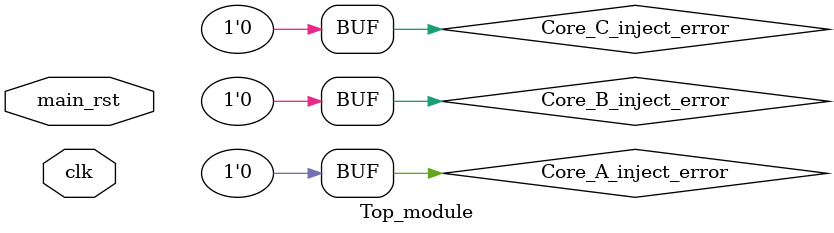
<source format=v>

`include "src/Rst_Controller.v"
`include "src/PC.v"
`include "src/Instruction_Memory.v"
`include "src/Register_File.v"
`include "src/Sign_Extend.v"
`include "src/ALU.v"
`include "src/Control_Unit_Top.v"
`include "src/Data_Memory.v"
`include "src/PC_Adder.v"
`include "src/Mux.v"
`include "src/Demux.v"
`include "src/Main_core.v"
`include "src/Voter.v"
`include "src/Lockstep.v"
`include "src/Recovery_Register.v"
`include "src/Error_injection.v"
`include "SECDED/SECDED_Decoder.v"
`include "SECDED/SECDED_Encoder.v"

module Top_module(clk,main_rst);

    input clk,main_rst;

    wire rst_in,core_hold;
    
    // Top level wires
    wire [31:0] PC_Top,RD_Instr_mem,RD_Instr;
    wire [31:0] RD2_Top, ALUResult, ReadData;
    wire MemWrite;

    // Core A wires
    wire [31:0] PC_Top_A;
    wire [31:0] RD2_Top_A, ALUResult_A;
    wire MemWrite_A;

    // Core B wires
    wire [31:0] PC_Top_B;
    wire [31:0] RD2_Top_B, ALUResult_B;
    wire MemWrite_B;

    // Core C wires
    wire [31:0] PC_Top_C;
    wire [31:0] RD2_Top_C, ALUResult_C;
    wire MemWrite_C;

    // Voter output
    wire [2:0] Voter_state;
    wire [31:0] PC_voter_output;
    
    wire [31:0] RD_Instr_Core_Output;

    // Recovery muxes
    wire [31:0] ReadData_Data;
    wire [31:0] ReadData_Recovery;
    wire Recovery_mode;
    wire Mux_Instr_sel;
    wire Mux_Data_sel;
    wire [31:0] Rollback_instr;
    wire [31:0] PC_Top_lockstep;
    wire [31:0] PC_changed;


    wire [38:0] Encoded_Instruction, Encoded_Write_Data, Encoded_Read_Data;


    // Error injection
    wire Core_A_inject_error,Core_B_inject_error,Core_C_inject_error;

    Rst_Controller Rst_Controller(
                            .main_rst(main_rst),
                            .core_hold(core_hold),
                            .rst_in(rst_in)

    );

    SECDED_Decoder Decoding_Instruction(
        .rcvd_data(Encoded_Instruction[38:0]),
        .dec_data(RD_Instr)
    );
 
    Instruction_Memory Instruction_Memory(
                            .rst_in(rst_in),
                            .A(PC_Top),
                            .RD(Encoded_Instruction)
    );

    assign Core_A_inject_error = 1'b0;
    assign Core_B_inject_error = 1'b0;
    assign Core_C_inject_error = 1'b0;

    Main_core Main_core_A(
                        .clk(clk),
                        .rst_in(rst_in),
                        .inject_error(Core_A_inject_error),
                        .PC_changed(PC_changed),
                        .RD_Instr(RD_Instr),
                        .PC_Top(PC_Top_A),
                        .MemWrite(MemWrite_A),
                        .ALUResult(ALUResult_A),
                        .RD2_Top(RD2_Top_A),
                        .ReadData(ReadData),
                        .RD_Instr_Core(RD_Instr_Core_Output)
    ); 

    Main_core Main_core_B(
                        .clk(clk),
                        .rst_in(rst_in),
                        .inject_error(Core_B_inject_error),
                        .RD_Instr(RD_Instr),
                        .PC_Top(PC_Top_B),
                        .MemWrite(MemWrite_B),
                        .ALUResult(ALUResult_B),
                        .RD2_Top(RD2_Top_B),
                        .ReadData(ReadData),
                        .RD_Instr_Core()
    ); 

    Main_core Main_core_C(
                        .clk(clk),
                        .rst_in(rst_in),
                        .inject_error(Core_C_inject_error),
                        .RD_Instr(RD_Instr),
                        .PC_Top(PC_Top_C),
                        .MemWrite(MemWrite_C),
                        .ALUResult(ALUResult_C),
                        .RD2_Top(RD2_Top_C),
                        .ReadData(ReadData),
                        .RD_Instr_Core()
    );                  

    Voter Voter(
                .rst_in(rst_in),
                .clk(clk),
                .PC_Top_A(PC_Top_A),
                .MemWrite_A(MemWrite_A),
                .ALUResult_A(ALUResult_A),
                .RD2_Top_A(RD2_Top_A),
                .PC_Top_B(PC_Top_B),
                .MemWrite_B(MemWrite_B),
                .ALUResult_B(ALUResult_B),
                .RD2_Top_B(RD2_Top_B),
                .PC_Top_C(PC_Top_C),
                .MemWrite_C(MemWrite_C),
                .ALUResult_C(ALUResult_C),
                .RD2_Top_C(RD2_Top_C),
                .PC_Top(PC_Top_lockstep),
                .MemWrite(MemWrite),
                .ALUResult(ALUResult),
                .RD2_Top(RD2_Top),
                .Voter_state(Voter_state)
    );

    SECDED_Encoder Encoding_Write_Data(
        .data(RD2_Top),
        .enc_data(Encoded_Write_Data)
    );

    Lockstep Lockstep(
                    .clk(clk),
                    .rst_in(rst_in),
                    .Voter_state(Voter_state),
                    .PC_Top_lockstep(PC_Top_lockstep),
                    .RD_Instr(RD_Instr),
                    .core_hold(core_hold),
                    .Recovery_mode(Recovery_mode),
                    .Mux_Instr_sel(Mux_Instr_sel),
                    .Mux_Data_sel(Mux_Data_sel),
                    .Write_en(Write_en),
                    .PC_Top(PC_Top),
                    .PC_changed(PC_changed),
                    .Rollback_instr(Rollback_instr)
    );

    Mux Mux_RDInstr(
                .a(RD_Instr_mem),
                .b(Rollback_instr),
                .s(Mux_Instr_sel),
                .c(RD_Instr)
    );

    Mux Mux_Data_Recovery(
                .a(ReadData_Data),
                .b(ReadData_Recovery),
                .s(Mux_Data_sel),
                .c(ReadData)
    );

    Demux Demux_write_en(
                .s(Write_en),
                .c(MemWrite),
                .a(Data_write_en),
                .b(Recovery_write_en)
    );

    Recovery_Register Recovery_Register(
                        .clk(clk),
                        .rst_in(rst_in),
                        .WE(Recovery_write_en),
                        .WD(RD2_Top),
                        .A(ALUResult),
                        .RD(ReadData_Recovery)
    );

    Data_Memory Data_Memory(
                        .clk(clk),
                        .rst_in(rst_in),
                        .WE(Data_write_en),
                        .WD(Encoded_Write_Data),
                        .A(ALUResult),
                        .RD(Encoded_Read_Data)
    );

    SECDED_Decoder Decoding_Read_Data(
                    .rcvd_data(Encoded_Read_Data),
                    .dec_data(ReadData)
    );

endmodule
</source>
